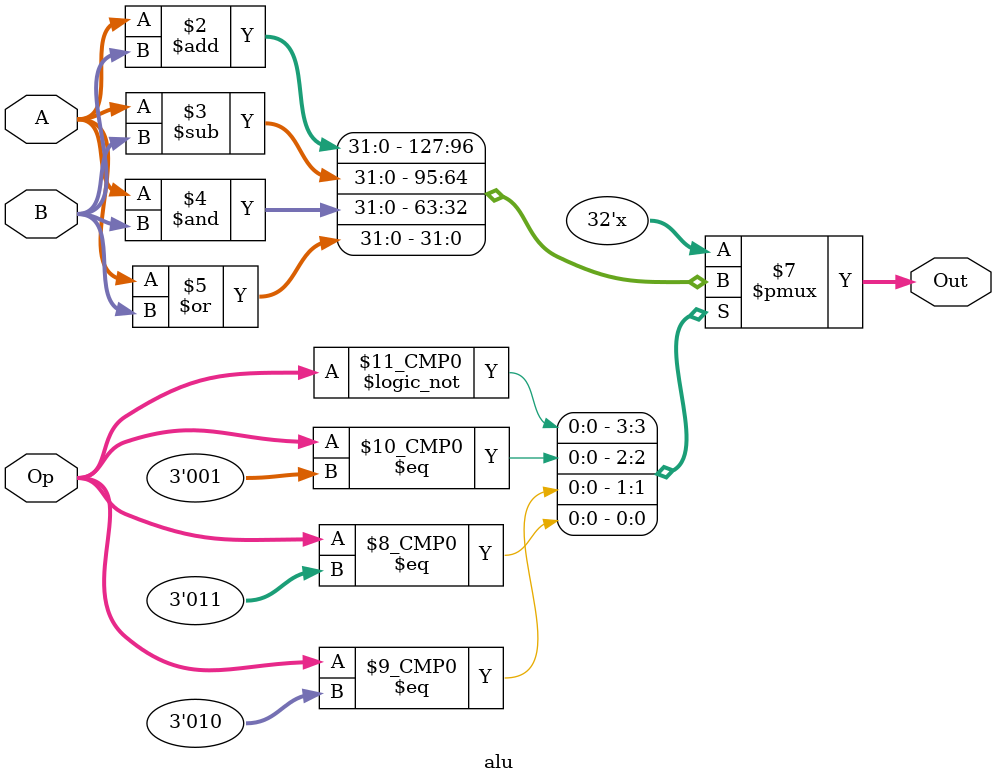
<source format=v>
`timescale 1ns / 1ps
module alu(
	input [31:0] A,
	input [31:0] B,
	input [2:0] Op,
	output reg [31:0] Out
    );
	
	always @(*) begin
		case (Op)
			0: Out = A + B;
			1: Out = A - B;
			2: Out = A & B;
			3: Out = A | B;
		endcase
	end
	
endmodule

</source>
